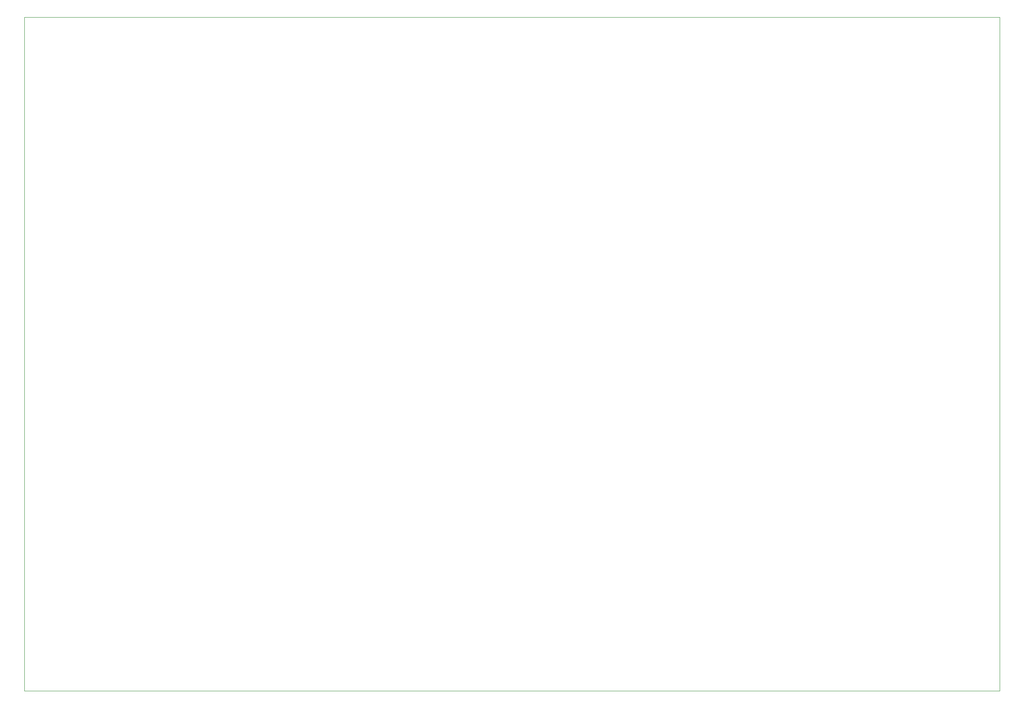
<source format=gko>
%TF.GenerationSoftware,KiCad,Pcbnew,(6.0.0)*%
%TF.CreationDate,2022-03-03T21:09:28+01:00*%
%TF.ProjectId,automate,6175746f-6d61-4746-952e-6b696361645f,rev?*%
%TF.SameCoordinates,Original*%
%TF.FileFunction,Profile,NP*%
%FSLAX46Y46*%
G04 Gerber Fmt 4.6, Leading zero omitted, Abs format (unit mm)*
G04 Created by KiCad (PCBNEW (6.0.0)) date 2022-03-03 21:09:28*
%MOMM*%
%LPD*%
G01*
G04 APERTURE LIST*
%TA.AperFunction,Profile*%
%ADD10C,0.050000*%
%TD*%
G04 APERTURE END LIST*
D10*
X49300000Y-33900000D02*
X246100000Y-33900000D01*
X246100000Y-33900000D02*
X246100000Y-170100000D01*
X246100000Y-170100000D02*
X49300000Y-170100000D01*
X49300000Y-170100000D02*
X49300000Y-33900000D01*
M02*

</source>
